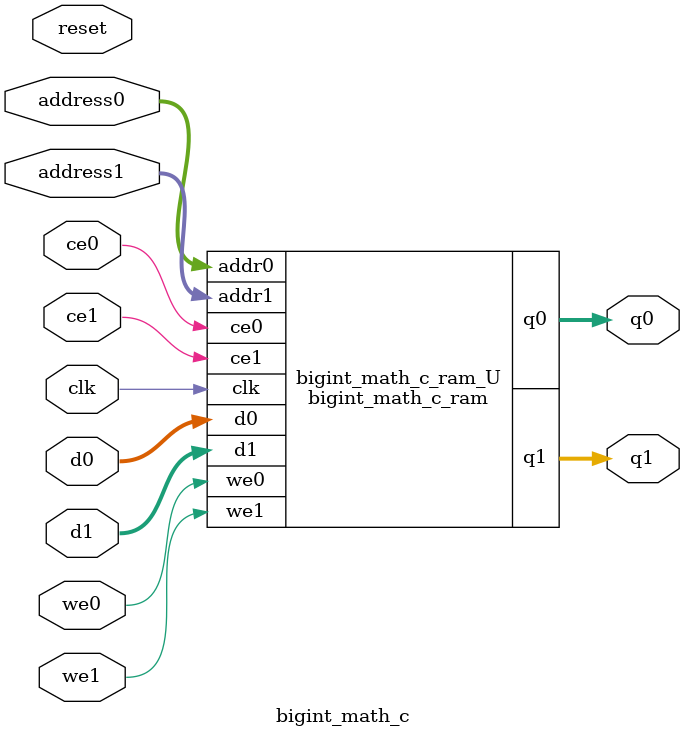
<source format=v>

`timescale 1 ns / 1 ps
module bigint_math_c_ram (addr0, ce0, d0, we0, q0, addr1, ce1, d1, we1, q1,  clk);

parameter DWIDTH = 8;
parameter AWIDTH = 8;
parameter MEM_SIZE = 256;

input[AWIDTH-1:0] addr0;
input ce0;
input[DWIDTH-1:0] d0;
input we0;
output reg[DWIDTH-1:0] q0;
input[AWIDTH-1:0] addr1;
input ce1;
input[DWIDTH-1:0] d1;
input we1;
output reg[DWIDTH-1:0] q1;
input clk;

(* ram_style = "block" *)reg [DWIDTH-1:0] ram[MEM_SIZE-1:0];




always @(posedge clk)  
begin 
    if (ce0) 
    begin
        if (we0) 
        begin 
            ram[addr0] <= d0; 
            q0 <= d0;
        end 
        else 
            q0 <= ram[addr0];
    end
end


always @(posedge clk)  
begin 
    if (ce1) 
    begin
        if (we1) 
        begin 
            ram[addr1] <= d1; 
            q1 <= d1;
        end 
        else 
            q1 <= ram[addr1];
    end
end


endmodule


`timescale 1 ns / 1 ps
module bigint_math_c(
    reset,
    clk,
    address0,
    ce0,
    we0,
    d0,
    q0,
    address1,
    ce1,
    we1,
    d1,
    q1);

parameter DataWidth = 32'd8;
parameter AddressRange = 32'd256;
parameter AddressWidth = 32'd8;
input reset;
input clk;
input[AddressWidth - 1:0] address0;
input ce0;
input we0;
input[DataWidth - 1:0] d0;
output[DataWidth - 1:0] q0;
input[AddressWidth - 1:0] address1;
input ce1;
input we1;
input[DataWidth - 1:0] d1;
output[DataWidth - 1:0] q1;



bigint_math_c_ram bigint_math_c_ram_U(
    .clk( clk ),
    .addr0( address0 ),
    .ce0( ce0 ),
    .d0( d0 ),
    .we0( we0 ),
    .q0( q0 ),
    .addr1( address1 ),
    .ce1( ce1 ),
    .d1( d1 ),
    .we1( we1 ),
    .q1( q1 ));

endmodule


</source>
